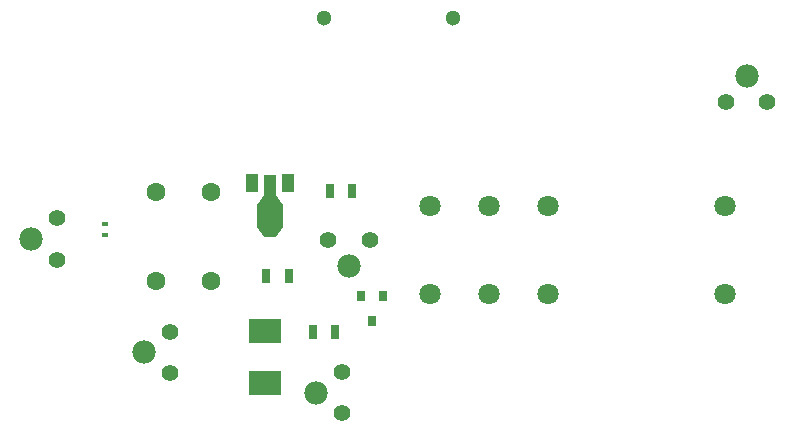
<source format=gbr>
G04 #@! TF.FileFunction,Soldermask,Top*
%FSLAX46Y46*%
G04 Gerber Fmt 4.6, Leading zero omitted, Abs format (unit mm)*
G04 Created by KiCad (PCBNEW 4.0.7-e2-6376~58~ubuntu16.04.1) date Thu Nov 16 22:22:22 2017*
%MOMM*%
%LPD*%
G01*
G04 APERTURE LIST*
%ADD10C,0.100000*%
%ADD11C,1.397000*%
%ADD12C,1.981000*%
%ADD13C,1.600000*%
%ADD14R,0.800000X0.900000*%
%ADD15R,1.000000X1.500000*%
%ADD16R,1.000000X1.800000*%
%ADD17R,2.200000X1.840000*%
%ADD18C,1.800000*%
%ADD19R,0.550000X0.450000*%
%ADD20R,2.743000X2.159000*%
%ADD21R,0.700000X1.300000*%
%ADD22C,1.300000*%
G04 APERTURE END LIST*
D10*
D11*
X140970000Y-113990000D03*
X140970000Y-110490000D03*
D12*
X138740000Y-112240000D03*
D13*
X125222000Y-95250000D03*
X125212000Y-102750000D03*
D14*
X144460000Y-104040000D03*
X142560000Y-104040000D03*
X143510000Y-106140000D03*
D10*
G36*
X135974000Y-98190500D02*
X135374000Y-99040500D01*
X134374000Y-99040500D01*
X133774000Y-98190500D01*
X135974000Y-98190500D01*
X135974000Y-98190500D01*
G37*
D15*
X136374000Y-94468500D03*
D16*
X134874000Y-94615000D03*
D15*
X133374000Y-94468500D03*
D17*
X134874000Y-97282000D03*
D10*
G36*
X133774000Y-96372300D02*
X134474000Y-95372300D01*
X135274000Y-95372300D01*
X135974000Y-96372300D01*
X133774000Y-96372300D01*
X133774000Y-96372300D01*
G37*
D11*
X126428500Y-110561000D03*
X126428500Y-107061000D03*
D12*
X124198500Y-108811000D03*
D18*
X153416000Y-103893000D03*
X153416000Y-96393000D03*
X158416000Y-96393000D03*
X173416000Y-96393000D03*
X173416000Y-103893000D03*
X158416000Y-103893000D03*
X148416000Y-96393000D03*
X148416000Y-103893000D03*
D19*
X120904000Y-97950000D03*
X120904000Y-98900000D03*
D20*
X134429500Y-111417500D03*
X134429500Y-106997500D03*
D13*
X129921000Y-95250000D03*
X129911000Y-102750000D03*
D11*
X116840000Y-100965000D03*
X116840000Y-97465000D03*
D12*
X114610000Y-99215000D03*
D11*
X173482000Y-87630000D03*
X176982000Y-87630000D03*
D12*
X175232000Y-85400000D03*
D11*
X143327000Y-99314000D03*
X139827000Y-99314000D03*
D12*
X141577000Y-101544000D03*
D21*
X139954000Y-95123000D03*
X141854000Y-95123000D03*
X138485800Y-107061000D03*
X140385800Y-107061000D03*
X136461500Y-102362000D03*
X134561500Y-102362000D03*
D22*
X139446000Y-80518000D03*
X150346000Y-80518000D03*
M02*

</source>
